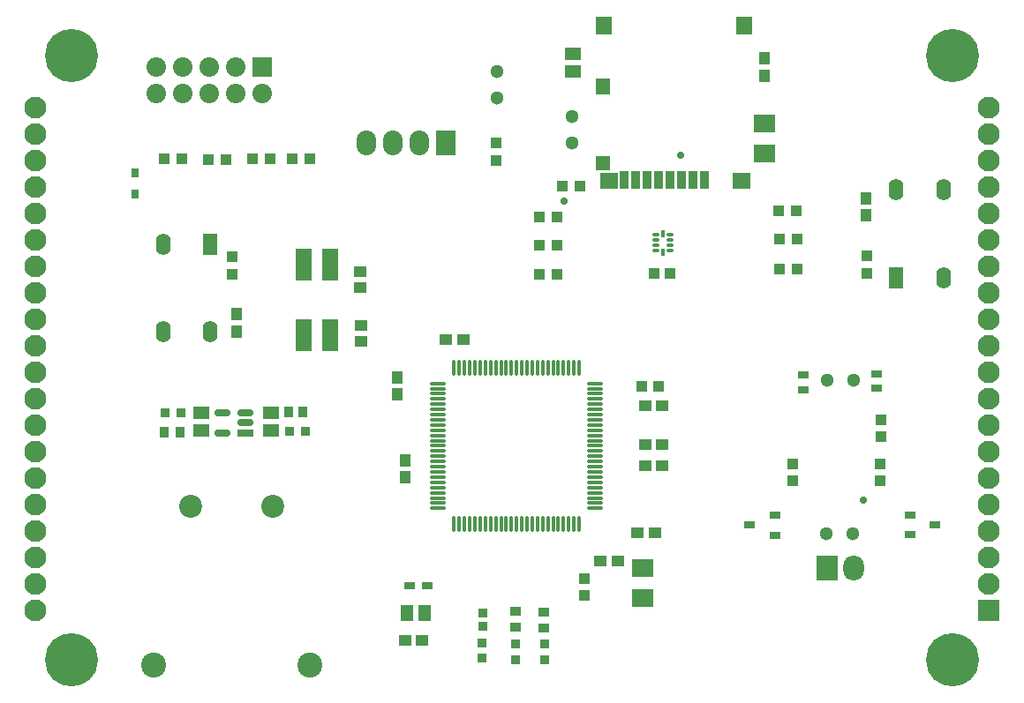
<source format=gts>
G04*
G04 #@! TF.GenerationSoftware,Altium Limited,Altium Designer,20.2.6 (244)*
G04*
G04 Layer_Color=8388736*
%FSLAX25Y25*%
%MOIN*%
G70*
G04*
G04 #@! TF.SameCoordinates,CD3EE1CD-C2C2-42AE-8C08-74B820A2CE99*
G04*
G04*
G04 #@! TF.FilePolarity,Negative*
G04*
G01*
G75*
%ADD20R,0.03985X0.04560*%
%ADD22R,0.04560X0.03985*%
%ADD36R,0.03937X0.03150*%
%ADD54R,0.03543X0.04134*%
%ADD55R,0.04528X0.04134*%
%ADD56R,0.07874X0.06693*%
%ADD57R,0.02756X0.03543*%
%ADD58R,0.03937X0.04331*%
%ADD59R,0.07087X0.06299*%
%ADD60R,0.03543X0.07008*%
%ADD61R,0.06693X0.06299*%
%ADD62R,0.05472X0.05512*%
%ADD63R,0.05472X0.05906*%
%ADD64R,0.06299X0.07087*%
%ADD65R,0.05512X0.08268*%
%ADD66O,0.05512X0.08268*%
%ADD67R,0.04331X0.04331*%
%ADD68R,0.04331X0.03543*%
%ADD69R,0.03788X0.03288*%
%ADD70R,0.05906X0.05118*%
%ADD71O,0.06496X0.01378*%
%ADD72O,0.01378X0.06496*%
G04:AMPARAMS|DCode=73|XSize=11.81mil|YSize=25.59mil|CornerRadius=3.94mil|HoleSize=0mil|Usage=FLASHONLY|Rotation=270.000|XOffset=0mil|YOffset=0mil|HoleType=Round|Shape=RoundedRectangle|*
%AMROUNDEDRECTD73*
21,1,0.01181,0.01772,0,0,270.0*
21,1,0.00394,0.02559,0,0,270.0*
1,1,0.00787,-0.00886,-0.00197*
1,1,0.00787,-0.00886,0.00197*
1,1,0.00787,0.00886,0.00197*
1,1,0.00787,0.00886,-0.00197*
%
%ADD73ROUNDEDRECTD73*%
G04:AMPARAMS|DCode=74|XSize=15.75mil|YSize=27.56mil|CornerRadius=3.92mil|HoleSize=0mil|Usage=FLASHONLY|Rotation=180.000|XOffset=0mil|YOffset=0mil|HoleType=Round|Shape=RoundedRectangle|*
%AMROUNDEDRECTD74*
21,1,0.01575,0.01972,0,0,180.0*
21,1,0.00791,0.02756,0,0,180.0*
1,1,0.00784,-0.00396,0.00986*
1,1,0.00784,0.00396,0.00986*
1,1,0.00784,0.00396,-0.00986*
1,1,0.00784,-0.00396,-0.00986*
%
%ADD74ROUNDEDRECTD74*%
%ADD75R,0.04331X0.04331*%
%ADD76R,0.03543X0.03543*%
%ADD77R,0.04331X0.02756*%
%ADD78R,0.04134X0.03150*%
%ADD79R,0.05118X0.05906*%
%ADD80R,0.04331X0.03937*%
%ADD81R,0.03543X0.03543*%
G04:AMPARAMS|DCode=82|XSize=63.2mil|YSize=26.46mil|CornerRadius=13.23mil|HoleSize=0mil|Usage=FLASHONLY|Rotation=180.000|XOffset=0mil|YOffset=0mil|HoleType=Round|Shape=RoundedRectangle|*
%AMROUNDEDRECTD82*
21,1,0.06320,0.00000,0,0,180.0*
21,1,0.03674,0.02646,0,0,180.0*
1,1,0.02646,-0.01837,0.00000*
1,1,0.02646,0.01837,0.00000*
1,1,0.02646,0.01837,0.00000*
1,1,0.02646,-0.01837,0.00000*
%
%ADD82ROUNDEDRECTD82*%
%ADD83R,0.06320X0.02646*%
%ADD84R,0.03543X0.04331*%
%ADD85R,0.05906X0.12205*%
%ADD86O,0.07394X0.09394*%
%ADD87R,0.07394X0.09394*%
%ADD88C,0.07394*%
%ADD89R,0.07394X0.07394*%
%ADD90C,0.05118*%
%ADD91C,0.20079*%
%ADD92R,0.07894X0.09394*%
%ADD93O,0.07894X0.09394*%
%ADD94C,0.08268*%
%ADD95R,0.08268X0.08268*%
%ADD96C,0.08661*%
%ADD97C,0.09449*%
%ADD98C,0.02756*%
D20*
X285450Y236401D02*
D03*
Y242913D02*
D03*
X323800Y190120D02*
D03*
Y183608D02*
D03*
X86100Y146370D02*
D03*
Y139858D02*
D03*
X146680Y122521D02*
D03*
Y116009D02*
D03*
X149730Y91116D02*
D03*
Y84604D02*
D03*
D22*
X246720Y111650D02*
D03*
X240208D02*
D03*
X156035Y22950D02*
D03*
X149523D02*
D03*
X165080Y136550D02*
D03*
X171592D02*
D03*
X223480Y53150D02*
D03*
X229992D02*
D03*
X240208Y97000D02*
D03*
X246720D02*
D03*
X240208Y89100D02*
D03*
X246720D02*
D03*
X243996Y63615D02*
D03*
X237484D02*
D03*
D36*
X327765Y123811D02*
D03*
Y118299D02*
D03*
X300150Y123356D02*
D03*
Y117844D02*
D03*
D54*
X105832Y109450D02*
D03*
X111147D02*
D03*
D55*
X132600Y162244D02*
D03*
Y156535D02*
D03*
X132850Y136185D02*
D03*
Y141894D02*
D03*
D56*
X239350Y50387D02*
D03*
Y38970D02*
D03*
X285500Y218480D02*
D03*
Y207063D02*
D03*
D57*
X47560Y191601D02*
D03*
Y199869D02*
D03*
D58*
X58557Y205050D02*
D03*
X65250D02*
D03*
X75357Y204750D02*
D03*
X82050D02*
D03*
X92064Y205100D02*
D03*
X98757D02*
D03*
X106857Y205050D02*
D03*
X113550D02*
D03*
X208950Y194593D02*
D03*
X215643D02*
D03*
X207143Y172300D02*
D03*
X200450D02*
D03*
X206943Y161500D02*
D03*
X200250D02*
D03*
X291100Y163500D02*
D03*
X297793D02*
D03*
X291057Y174700D02*
D03*
X297750D02*
D03*
X290757Y185400D02*
D03*
X297450D02*
D03*
X200250Y182900D02*
D03*
X206943D02*
D03*
D59*
X276639Y196781D02*
D03*
D60*
X262662Y197135D02*
D03*
X258332D02*
D03*
X254001D02*
D03*
X249670D02*
D03*
X245339D02*
D03*
X241009D02*
D03*
X236678D02*
D03*
X232347D02*
D03*
D61*
X226796Y196781D02*
D03*
D62*
X224257Y203277D02*
D03*
D63*
Y232411D02*
D03*
D64*
X224670Y255245D02*
D03*
X277820D02*
D03*
D65*
X335149Y160190D02*
D03*
X75950Y172787D02*
D03*
D66*
X352865Y160190D02*
D03*
X335149Y193261D02*
D03*
X352865D02*
D03*
X58233Y139716D02*
D03*
X75950D02*
D03*
X58233Y172787D02*
D03*
D67*
X245195Y119045D02*
D03*
X238895D02*
D03*
X249805Y161595D02*
D03*
X243505D02*
D03*
D68*
X202000Y27850D02*
D03*
Y33755D02*
D03*
X191400Y33906D02*
D03*
Y28000D02*
D03*
D69*
X179050Y33294D02*
D03*
Y28449D02*
D03*
D70*
X212950Y237896D02*
D03*
Y244589D02*
D03*
X99162Y102392D02*
D03*
Y109085D02*
D03*
X72662Y108932D02*
D03*
Y102239D02*
D03*
D71*
X162124Y120172D02*
D03*
Y118203D02*
D03*
Y116235D02*
D03*
Y114267D02*
D03*
Y112298D02*
D03*
Y110329D02*
D03*
Y108361D02*
D03*
Y106393D02*
D03*
Y104424D02*
D03*
Y102455D02*
D03*
Y100487D02*
D03*
Y98519D02*
D03*
Y96550D02*
D03*
Y94582D02*
D03*
Y92613D02*
D03*
Y90645D02*
D03*
Y88676D02*
D03*
Y86708D02*
D03*
Y84739D02*
D03*
Y82771D02*
D03*
Y80802D02*
D03*
Y78834D02*
D03*
Y76865D02*
D03*
Y74897D02*
D03*
Y72928D02*
D03*
X221376D02*
D03*
Y74897D02*
D03*
Y76865D02*
D03*
Y78834D02*
D03*
Y80802D02*
D03*
Y82771D02*
D03*
Y84739D02*
D03*
Y86708D02*
D03*
Y88676D02*
D03*
Y90645D02*
D03*
Y94582D02*
D03*
Y96550D02*
D03*
Y98519D02*
D03*
Y100487D02*
D03*
Y102455D02*
D03*
Y104424D02*
D03*
Y106393D02*
D03*
Y108361D02*
D03*
Y110329D02*
D03*
Y112298D02*
D03*
Y114267D02*
D03*
Y116235D02*
D03*
Y118203D02*
D03*
Y120172D02*
D03*
Y92613D02*
D03*
D72*
X168128Y66924D02*
D03*
X170097D02*
D03*
X172065D02*
D03*
X174033D02*
D03*
X176002D02*
D03*
X177971D02*
D03*
X179939D02*
D03*
X181907D02*
D03*
X183876D02*
D03*
X185845D02*
D03*
X187813D02*
D03*
X189781D02*
D03*
X191750D02*
D03*
X193719D02*
D03*
X195687D02*
D03*
X197655D02*
D03*
X199624D02*
D03*
X201592D02*
D03*
X203561D02*
D03*
X205529D02*
D03*
X207498D02*
D03*
X209467D02*
D03*
X211435D02*
D03*
X213404D02*
D03*
X215372D02*
D03*
Y126176D02*
D03*
X213404D02*
D03*
X211435D02*
D03*
X209467D02*
D03*
X207498D02*
D03*
X205529D02*
D03*
X203561D02*
D03*
X201592D02*
D03*
X199624D02*
D03*
X197655D02*
D03*
X195687D02*
D03*
X193719D02*
D03*
X191750D02*
D03*
X189781D02*
D03*
X187813D02*
D03*
X185845D02*
D03*
X183876D02*
D03*
X181907D02*
D03*
X179939D02*
D03*
X177971D02*
D03*
X176002D02*
D03*
X174033D02*
D03*
X172065D02*
D03*
X170097D02*
D03*
X168128D02*
D03*
D73*
X249533Y170347D02*
D03*
Y172316D02*
D03*
Y174284D02*
D03*
Y176253D02*
D03*
X244217D02*
D03*
Y174284D02*
D03*
Y172316D02*
D03*
Y170347D02*
D03*
D74*
X246875Y176843D02*
D03*
Y169757D02*
D03*
D75*
X217450Y46300D02*
D03*
Y40001D02*
D03*
X329150Y83545D02*
D03*
Y89844D02*
D03*
X329400Y100194D02*
D03*
Y106493D02*
D03*
X296150Y89694D02*
D03*
Y83395D02*
D03*
D76*
X202450Y15800D02*
D03*
Y21705D02*
D03*
X191350Y15750D02*
D03*
Y21655D02*
D03*
X178600Y16295D02*
D03*
Y22200D02*
D03*
D77*
X289175Y62875D02*
D03*
Y70355D02*
D03*
X279726Y66615D02*
D03*
X340186Y70470D02*
D03*
Y62990D02*
D03*
X349634Y66730D02*
D03*
D78*
X157939Y43650D02*
D03*
X151443D02*
D03*
D79*
X157043Y33500D02*
D03*
X150350D02*
D03*
D80*
X324100Y161607D02*
D03*
Y168300D02*
D03*
X183900Y211200D02*
D03*
Y204507D02*
D03*
X84350Y168093D02*
D03*
Y161400D02*
D03*
D81*
X111903Y101950D02*
D03*
X105997D02*
D03*
X58950Y108950D02*
D03*
X64855D02*
D03*
D82*
X80830Y101499D02*
D03*
Y108979D02*
D03*
X89495D02*
D03*
Y105239D02*
D03*
D83*
Y101499D02*
D03*
D84*
X64615Y101739D02*
D03*
X58710D02*
D03*
D85*
X121200Y138278D02*
D03*
Y165050D02*
D03*
X111357D02*
D03*
Y138278D02*
D03*
D86*
X155050Y211130D02*
D03*
X135050D02*
D03*
X145050D02*
D03*
D87*
X165050D02*
D03*
D88*
X55750Y239650D02*
D03*
Y229650D02*
D03*
X85750Y239650D02*
D03*
X65750D02*
D03*
X75750D02*
D03*
X95750Y229650D02*
D03*
X85750D02*
D03*
X65750D02*
D03*
X75750D02*
D03*
D89*
X95750Y239650D02*
D03*
D90*
X309040Y121465D02*
D03*
X319040D02*
D03*
X318725Y63415D02*
D03*
X308725D02*
D03*
X212550Y221093D02*
D03*
Y211093D02*
D03*
X184400Y227950D02*
D03*
Y237950D02*
D03*
D91*
X356299Y244094D02*
D03*
X23622Y15748D02*
D03*
X356299D02*
D03*
X23622Y244094D02*
D03*
D92*
X308865Y50300D02*
D03*
D93*
X318865D02*
D03*
D94*
X370012Y64260D02*
D03*
Y54260D02*
D03*
Y44260D02*
D03*
X10012Y224260D02*
D03*
Y214260D02*
D03*
Y204260D02*
D03*
Y194260D02*
D03*
Y184260D02*
D03*
Y174260D02*
D03*
Y164260D02*
D03*
Y154260D02*
D03*
Y144260D02*
D03*
Y134260D02*
D03*
Y124260D02*
D03*
Y114260D02*
D03*
Y104260D02*
D03*
Y94260D02*
D03*
Y84260D02*
D03*
Y74260D02*
D03*
Y64260D02*
D03*
Y54260D02*
D03*
Y44260D02*
D03*
Y34260D02*
D03*
X370012Y224260D02*
D03*
Y214260D02*
D03*
Y204260D02*
D03*
Y194260D02*
D03*
Y184260D02*
D03*
Y174260D02*
D03*
Y164260D02*
D03*
Y154260D02*
D03*
Y144260D02*
D03*
Y134260D02*
D03*
Y124260D02*
D03*
Y114260D02*
D03*
Y104260D02*
D03*
Y94260D02*
D03*
Y74260D02*
D03*
Y84260D02*
D03*
D95*
Y34260D02*
D03*
D96*
X68617Y73631D02*
D03*
X99798D02*
D03*
D97*
X113735Y13788D02*
D03*
X54680D02*
D03*
D98*
X209765Y188965D02*
D03*
X253760Y206215D02*
D03*
X322710Y76025D02*
D03*
M02*

</source>
